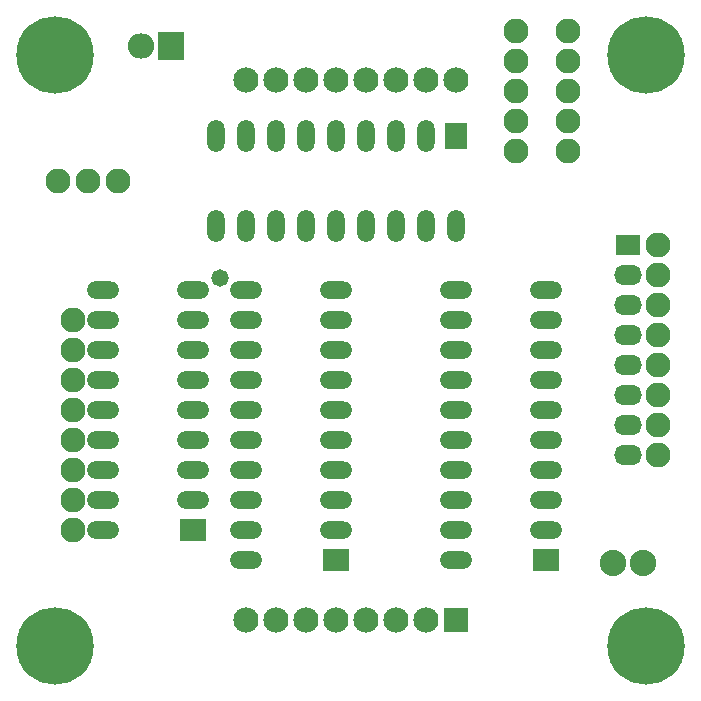
<source format=gbs>
G04 Layer_Color=16711935*
%FSLAX25Y25*%
%MOIN*%
G70*
G01*
G75*
%ADD31C,0.08300*%
%ADD32C,0.08800*%
%ADD33O,0.10800X0.05800*%
%ADD34R,0.08800X0.07800*%
%ADD35R,0.07800X0.08800*%
%ADD36O,0.05800X0.10800*%
%ADD37R,0.08300X0.06800*%
%ADD38O,0.09300X0.06800*%
%ADD39R,0.08400X0.08400*%
%ADD40C,0.08400*%
%ADD41C,0.25800*%
%ADD42O,0.08800X0.08400*%
%ADD43R,0.08800X0.09300*%
%ADD44C,0.05800*%
D31*
X305000Y362500D02*
D03*
X295000D02*
D03*
X285000D02*
D03*
X290000Y246000D02*
D03*
Y276000D02*
D03*
Y286000D02*
D03*
Y316000D02*
D03*
Y306000D02*
D03*
Y296000D02*
D03*
Y266000D02*
D03*
Y256000D02*
D03*
X485000Y271000D02*
D03*
Y281000D02*
D03*
Y291000D02*
D03*
Y301000D02*
D03*
Y311000D02*
D03*
Y321000D02*
D03*
Y331000D02*
D03*
Y341000D02*
D03*
X455000Y372500D02*
D03*
Y382500D02*
D03*
Y392500D02*
D03*
Y402500D02*
D03*
Y412500D02*
D03*
X437500D02*
D03*
Y402500D02*
D03*
Y392500D02*
D03*
Y382500D02*
D03*
Y372500D02*
D03*
D32*
X480000Y235000D02*
D03*
X470000D02*
D03*
D33*
X300000Y246000D02*
D03*
Y256000D02*
D03*
Y266000D02*
D03*
Y276000D02*
D03*
Y286000D02*
D03*
Y296000D02*
D03*
Y306000D02*
D03*
Y316000D02*
D03*
Y326000D02*
D03*
X330000D02*
D03*
Y316000D02*
D03*
Y306000D02*
D03*
Y296000D02*
D03*
Y286000D02*
D03*
Y276000D02*
D03*
Y266000D02*
D03*
Y256000D02*
D03*
X377500Y246000D02*
D03*
Y256000D02*
D03*
Y266000D02*
D03*
Y276000D02*
D03*
Y286000D02*
D03*
Y296000D02*
D03*
Y306000D02*
D03*
Y316000D02*
D03*
Y326000D02*
D03*
X347500D02*
D03*
Y316000D02*
D03*
Y306000D02*
D03*
Y296000D02*
D03*
Y286000D02*
D03*
Y276000D02*
D03*
Y266000D02*
D03*
Y256000D02*
D03*
Y246000D02*
D03*
Y236000D02*
D03*
X417500D02*
D03*
Y246000D02*
D03*
Y256000D02*
D03*
Y266000D02*
D03*
Y276000D02*
D03*
Y286000D02*
D03*
Y296000D02*
D03*
Y306000D02*
D03*
Y316000D02*
D03*
Y326000D02*
D03*
X447500D02*
D03*
Y316000D02*
D03*
Y306000D02*
D03*
Y296000D02*
D03*
Y286000D02*
D03*
Y276000D02*
D03*
Y266000D02*
D03*
Y256000D02*
D03*
Y246000D02*
D03*
D34*
X330000D02*
D03*
X377500Y236000D02*
D03*
X447500D02*
D03*
D35*
X417500Y377500D02*
D03*
D36*
X407500D02*
D03*
X397500D02*
D03*
X387500D02*
D03*
X377500D02*
D03*
X367500D02*
D03*
X357500D02*
D03*
X347500D02*
D03*
X337500D02*
D03*
Y347500D02*
D03*
X347500D02*
D03*
X357500D02*
D03*
X367500D02*
D03*
X377500D02*
D03*
X387500D02*
D03*
X397500D02*
D03*
X407500D02*
D03*
X417500D02*
D03*
D37*
X475000Y341000D02*
D03*
D38*
Y271000D02*
D03*
Y281000D02*
D03*
Y291000D02*
D03*
Y301000D02*
D03*
Y311000D02*
D03*
Y321000D02*
D03*
Y331000D02*
D03*
D39*
X417500Y216000D02*
D03*
D40*
X407500D02*
D03*
X397500D02*
D03*
X347500D02*
D03*
X357500D02*
D03*
X367500D02*
D03*
X377500D02*
D03*
X387500D02*
D03*
X347500Y396000D02*
D03*
X357500D02*
D03*
X367500D02*
D03*
X377500D02*
D03*
X387500D02*
D03*
X397500D02*
D03*
X407500D02*
D03*
X417500D02*
D03*
D41*
X284075Y404425D02*
D03*
X480925D02*
D03*
X284075Y207575D02*
D03*
X480925D02*
D03*
D42*
X312500Y407500D02*
D03*
D43*
X322500D02*
D03*
D44*
X339000Y330000D02*
D03*
M02*

</source>
